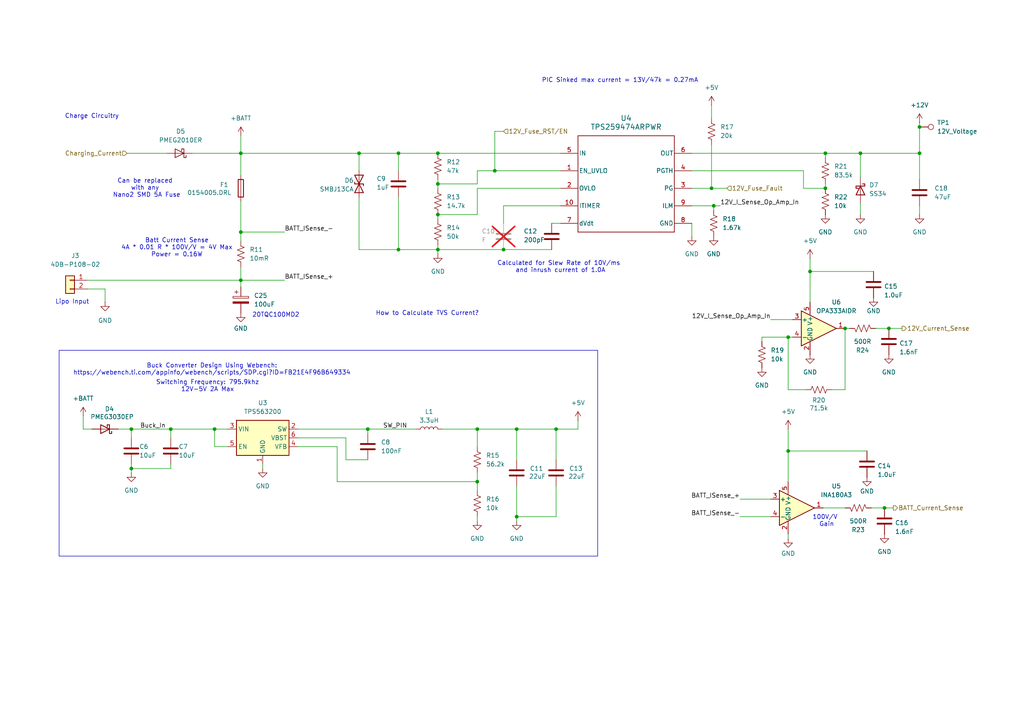
<source format=kicad_sch>
(kicad_sch (version 20231120) (generator "eeschema") (generator_version "8.0")
  (paper "A4")
  (lib_symbols
    (symbol "Amplifier_Current:INA180A1" (pin_names (offset 0.127))
      (property "Reference" "U" (at 3.81 3.81 0))
      (property "Value" "INA180A1" (at 3.81 -2.54 0))
      (symbol "INA180A1_0_1"
        (polyline (pts (xy 5.08 0) (xy -5.08 5.08) (xy -5.08 -5.08) (xy 5.08 0)) (stroke (width 0.254)) (fill (type background)))
      )
      (symbol "INA180A1_1_1"
        (pin output line (at 7.62 0 180) (length 2.54) (name "~") (number "1"))
        (pin power_in line (at -2.54 -7.62 90) (length 3.81) (name "GND") (number "2"))
        (pin input line (at -7.62 2.54 0) (length 2.54) (name "+") (number "3"))
        (pin input line (at -7.62 -2.54 0) (length 2.54) (name "-") (number "4"))
        (pin power_in line (at -2.54 7.62 270) (length 3.81) (name "V+") (number "5"))
      )
    )
    (symbol "Amplifier_Current:INA180A3" (pin_names (offset 0.127))
      (property "Reference" "U" (at 3.81 3.81 0))
      (property "Value" "INA180A3" (at 3.81 -2.54 0))
      (symbol "INA180A3_0_1"
        (polyline (pts (xy 5.08 0) (xy -5.08 5.08) (xy -5.08 -5.08) (xy 5.08 0)) (stroke (width 0.254)) (fill (type background)))
      )
      (symbol "INA180A3_1_1"
        (pin output line (at 7.62 0 180) (length 2.54) (name "~") (number "1"))
        (pin power_in line (at -2.54 -7.62 90) (length 3.81) (name "GND") (number "2"))
        (pin input line (at -7.62 2.54 0) (length 2.54) (name "+") (number "3"))
        (pin input line (at -7.62 -2.54 0) (length 2.54) (name "-") (number "4"))
        (pin power_in line (at -2.54 7.62 270) (length 3.81) (name "V+") (number "5"))
      )
    )
    (symbol "Connector:TestPoint" (pin_numbers hide) (pin_names (offset 0.762) hide)
      (property "Reference" "TP" (at 0 6.858 0))
      (property "Value" "TestPoint" (at 0 5.08 0))
      (symbol "TestPoint_0_1"
        (circle (center 0 3.302) (radius 0.762))
      )
      (symbol "TestPoint_1_1"
        (pin passive line (at 0 0 90) (length 2.54) (name "1") (number "1"))
      )
    )
    (symbol "Connector_Generic:Conn_01x02" (pin_names (offset 1.016) hide)
      (property "Reference" "J" (at 0 2.54 0))
      (property "Value" "Conn_01x02" (at 0 -5.08 0))
      (symbol "Conn_01x02_1_1"
        (rectangle (start -1.27 -2.413) (end 0 -2.667) (stroke (width 0.1524)))
        (rectangle (start -1.27 0.127) (end 0 -0.127) (stroke (width 0.1524)))
        (rectangle (start -1.27 1.27) (end 1.27 -3.81) (stroke (width 0.254)) (fill (type background)))
        (pin passive line (at -5.08 0 0) (length 3.81) (name "Pin_1") (number "1"))
        (pin passive line (at -5.08 -2.54 0) (length 3.81) (name "Pin_2") (number "2"))
      )
    )
    (symbol "Device:C" (pin_numbers hide) (pin_names (offset 0.254))
      (property "Reference" "C" (at 0.635 2.54 0))
      (property "Value" "C" (at 0.635 -2.54 0))
      (symbol "C_0_1"
        (polyline (pts (xy -2.032 -0.762) (xy 2.032 -0.762)) (stroke (width 0.508)))
        (polyline (pts (xy -2.032 0.762) (xy 2.032 0.762)) (stroke (width 0.508)))
      )
      (symbol "C_1_1"
        (pin passive line (at 0 3.81 270) (length 2.794) (name "~") (number "1"))
        (pin passive line (at 0 -3.81 90) (length 2.794) (name "~") (number "2"))
      )
    )
    (symbol "Device:C_Polarized" (pin_numbers hide) (pin_names (offset 0.254))
      (property "Reference" "C" (at 0.635 2.54 0))
      (property "Value" "C_Polarized" (at 0.635 -2.54 0))
      (symbol "C_Polarized_0_1"
        (rectangle (start -2.286 0.508) (end 2.286 1.016))
        (polyline (pts (xy -1.778 2.286) (xy -0.762 2.286)))
        (polyline (pts (xy -1.27 2.794) (xy -1.27 1.778)))
        (rectangle (start 2.286 -0.508) (end -2.286 -1.016) (fill (type outline)))
      )
      (symbol "C_Polarized_1_1"
        (pin passive line (at 0 3.81 270) (length 2.794) (name "~") (number "1"))
        (pin passive line (at 0 -3.81 90) (length 2.794) (name "~") (number "2"))
      )
    )
    (symbol "Device:D_Schottky" (pin_numbers hide) (pin_names (offset 1.016) hide)
      (property "Reference" "D" (at 0 2.54 0))
      (property "Value" "D_Schottky" (at 0 -2.54 0))
      (symbol "D_Schottky_0_1"
        (polyline (pts (xy 1.27 0) (xy -1.27 0)))
        (polyline (pts (xy 1.27 1.27) (xy 1.27 -1.27) (xy -1.27 0) (xy 1.27 1.27)) (stroke (width 0.254)))
        (polyline (pts (xy -1.905 0.635) (xy -1.905 1.27) (xy -1.27 1.27) (xy -1.27 -1.27) (xy -0.635 -1.27) (xy -0.635 -0.635)) (stroke (width 0.254)))
      )
      (symbol "D_Schottky_1_1"
        (pin passive line (at -3.81 0 0) (length 2.54) (name "K") (number "1"))
        (pin passive line (at 3.81 0 180) (length 2.54) (name "A") (number "2"))
      )
    )
    (symbol "Device:D_TVS" (pin_numbers hide) (pin_names (offset 1.016) hide)
      (property "Reference" "D" (at 0 2.54 0))
      (property "Value" "D_TVS" (at 0 -2.54 0))
      (symbol "D_TVS_0_1"
        (polyline (pts (xy 1.27 0) (xy -1.27 0)))
        (polyline (pts (xy 0.508 1.27) (xy 0 1.27) (xy 0 -1.27) (xy -0.508 -1.27)) (stroke (width 0.254)))
        (polyline (pts (xy -2.54 1.27) (xy -2.54 -1.27) (xy 2.54 1.27) (xy 2.54 -1.27) (xy -2.54 1.27)) (stroke (width 0.254)))
      )
      (symbol "D_TVS_1_1"
        (pin passive line (at -3.81 0 0) (length 2.54) (name "A1") (number "1"))
        (pin passive line (at 3.81 0 180) (length 2.54) (name "A2") (number "2"))
      )
    )
    (symbol "Device:Fuse" (pin_numbers hide) (pin_names (offset 0))
      (property "Reference" "F" (at 2.032 0 90))
      (property "Value" "Fuse" (at -1.905 0 90))
      (symbol "Fuse_0_1"
        (rectangle (start -0.762 -2.54) (end 0.762 2.54) (stroke (width 0.254)))
        (polyline (pts (xy 0 2.54) (xy 0 -2.54)))
      )
      (symbol "Fuse_1_1"
        (pin passive line (at 0 3.81 270) (length 1.27) (name "~") (number "1"))
        (pin passive line (at 0 -3.81 90) (length 1.27) (name "~") (number "2"))
      )
    )
    (symbol "Device:L" (pin_numbers hide) (pin_names (offset 1.016) hide)
      (property "Reference" "L" (at -1.27 0 90))
      (property "Value" "L" (at 1.905 0 90))
      (symbol "L_0_1"
        (arc (start 0 -2.54) (mid 0.6323 -1.905) (end 0 -1.27))
        (arc (start 0 -1.27) (mid 0.6323 -0.635) (end 0 0))
        (arc (start 0 0) (mid 0.6323 0.635) (end 0 1.27))
        (arc (start 0 1.27) (mid 0.6323 1.905) (end 0 2.54))
      )
      (symbol "L_1_1"
        (pin passive line (at 0 3.81 270) (length 1.27) (name "1") (number "1"))
        (pin passive line (at 0 -3.81 90) (length 1.27) (name "2") (number "2"))
      )
    )
    (symbol "Device:R_US" (pin_numbers hide) (pin_names (offset 0))
      (property "Reference" "R" (at 2.54 0 90))
      (property "Value" "R_US" (at -2.54 0 90))
      (symbol "R_US_0_1"
        (polyline (pts (xy 0 -2.286) (xy 0 -2.54)))
        (polyline (pts (xy 0 2.286) (xy 0 2.54)))
        (polyline (pts (xy 0 -0.762) (xy 1.016 -1.143) (xy 0 -1.524) (xy -1.016 -1.905) (xy 0 -2.286)))
        (polyline (pts (xy 0 0.762) (xy 1.016 0.381) (xy 0 0) (xy -1.016 -0.381) (xy 0 -0.762)))
        (polyline (pts (xy 0 2.286) (xy 1.016 1.905) (xy 0 1.524) (xy -1.016 1.143) (xy 0 0.762)))
      )
      (symbol "R_US_1_1"
        (pin passive line (at 0 3.81 270) (length 1.27) (name "~") (number "1"))
        (pin passive line (at 0 -3.81 90) (length 1.27) (name "~") (number "2"))
      )
    )
    (symbol "Diode:PMEG2010ER" (pin_numbers hide) (pin_names hide)
      (property "Reference" "D" (at 0 2.54 0))
      (property "Value" "PMEG2010ER" (at 0 -2.54 0))
      (symbol "PMEG2010ER_0_1"
        (polyline (pts (xy 1.27 0) (xy -1.27 0)))
        (polyline (pts (xy 1.27 1.27) (xy 1.27 -1.27) (xy -1.27 0) (xy 1.27 1.27)) (stroke (width 0.2032)))
        (polyline (pts (xy -1.905 0.635) (xy -1.905 1.27) (xy -1.27 1.27) (xy -1.27 -1.27) (xy -0.635 -1.27) (xy -0.635 -0.635)) (stroke (width 0.2032)))
      )
      (symbol "PMEG2010ER_1_1"
        (pin passive line (at -3.81 0 0) (length 2.54) (name "K") (number "1"))
        (pin passive line (at 3.81 0 180) (length 2.54) (name "A") (number "2"))
      )
    )
    (symbol "Regulator_Switching:TPS563200"
      (property "Reference" "U" (at -7.62 6.35 0))
      (property "Value" "TPS563200" (at -2.54 6.35 0))
      (symbol "TPS563200_0_1"
        (rectangle (start -7.62 5.08) (end 7.62 -5.08) (stroke (width 0.254)) (fill (type background)))
      )
      (symbol "TPS563200_1_1"
        (pin power_in line (at 0 -7.62 90) (length 2.54) (name "GND") (number "1"))
        (pin output line (at 10.16 2.54 180) (length 2.54) (name "SW") (number "2"))
        (pin power_in line (at -10.16 2.54 0) (length 2.54) (name "VIN") (number "3"))
        (pin input line (at 10.16 -2.54 180) (length 2.54) (name "VFB") (number "4"))
        (pin input line (at -10.16 -2.54 0) (length 2.54) (name "EN") (number "5"))
        (pin passive line (at 10.16 0 180) (length 2.54) (name "VBST") (number "6"))
      )
    )
    (symbol "TPS259474ARPWR:TPS259474ARPWR" (pin_names (offset 0.254))
      (property "Reference" "U" (at 0 2.54 0))
      (property "Value" "TPS259474ARPWR" (at 0 0 0))
      (symbol "TPS259474ARPWR_0_1"
        (polyline (pts (xy 5.08 -22.86) (xy 33.02 -22.86)) (stroke (width 0.2032)))
        (polyline (pts (xy 5.08 5.08) (xy 5.08 -22.86)) (stroke (width 0.2032)))
        (polyline (pts (xy 33.02 -22.86) (xy 33.02 5.08)) (stroke (width 0.2032)))
        (polyline (pts (xy 33.02 5.08) (xy 5.08 5.08)) (stroke (width 0.2032)))
        (pin input line (at 0 -5.08 0) (length 5.08) (name "EN_UVLO") (number "1"))
        (pin output line (at 0 -15.24 0) (length 5.08) (name "ITIMER") (number "10"))
        (pin output line (at 38.1 -10.16 180) (length 5.08) (name "PG") (number "3"))
        (pin input line (at 38.1 -5.08 180) (length 5.08) (name "PGTH") (number "4"))
        (pin power_in line (at 0 0 0) (length 5.08) (name "IN") (number "5"))
        (pin power_in line (at 38.1 0 180) (length 5.08) (name "OUT") (number "6"))
        (pin output line (at 0 -20.32 0) (length 5.08) (name "dVdt") (number "7"))
        (pin power_in line (at 38.1 -20.32 180) (length 5.08) (name "GND") (number "8"))
        (pin output line (at 38.1 -15.24 180) (length 5.08) (name "ILM") (number "9"))
      )
      (symbol "TPS259474ARPWR_1_1"
        (pin input line (at 0 -10.16 0) (length 5.08) (name "OVLO") (number "2"))
      )
    )
    (symbol "power:+12V" (power) (pin_numbers hide) (pin_names (offset 0) hide)
      (property "Value" "+12V" (at 0 3.556 0))
      (symbol "+12V_0_1"
        (polyline (pts (xy -0.762 1.27) (xy 0 2.54)))
        (polyline (pts (xy 0 0) (xy 0 2.54)))
        (polyline (pts (xy 0 2.54) (xy 0.762 1.27)))
      )
      (symbol "+12V_1_1"
        (pin power_in line (at 0 0 90) (length 0) (name "~") (number "1"))
      )
    )
    (symbol "power:+5V" (power) (pin_numbers hide) (pin_names (offset 0) hide)
      (property "Value" "+5V" (at 0 3.556 0))
      (symbol "+5V_0_1"
        (polyline (pts (xy -0.762 1.27) (xy 0 2.54)))
        (polyline (pts (xy 0 0) (xy 0 2.54)))
        (polyline (pts (xy 0 2.54) (xy 0.762 1.27)))
      )
      (symbol "+5V_1_1"
        (pin power_in line (at 0 0 90) (length 0) (name "~") (number "1"))
      )
    )
    (symbol "power:+BATT" (power) (pin_numbers hide) (pin_names (offset 0) hide)
      (property "Value" "+BATT" (at 0 3.556 0))
      (symbol "+BATT_0_1"
        (polyline (pts (xy -0.762 1.27) (xy 0 2.54)))
        (polyline (pts (xy 0 0) (xy 0 2.54)))
        (polyline (pts (xy 0 2.54) (xy 0.762 1.27)))
      )
      (symbol "+BATT_1_1"
        (pin power_in line (at 0 0 90) (length 0) (name "~") (number "1"))
      )
    )
    (symbol "power:GND" (power) (pin_numbers hide) (pin_names (offset 0) hide)
      (property "Value" "GND" (at 0 -3.81 0))
      (symbol "GND_0_1"
        (polyline (pts (xy 0 0) (xy 0 -1.27) (xy 1.27 -1.27) (xy 0 -2.54) (xy -1.27 -1.27) (xy 0 -1.27)))
      )
      (symbol "GND_1_1"
        (pin power_in line (at 0 0 270) (length 0) (name "~") (number "1"))
      )
    )
  )
  (junction (at 228.6 130.81))
  (junction (at 143.51 49.53))
  (junction (at 38.1 124.46))
  (junction (at 256.54 147.32))
  (junction (at 207.01 59.69))
  (junction (at 239.395 44.45))
  (junction (at 245.11 95.25))
  (junction (at 115.57 72.39))
  (junction (at 69.85 44.45))
  (junction (at 257.81 95.25))
  (junction (at 104.14 44.45))
  (junction (at 62.23 124.46))
  (junction (at 38.1 135.89))
  (junction (at 49.53 124.46))
  (junction (at 138.43 124.46))
  (junction (at 234.95 78.74))
  (junction (at 138.43 139.7))
  (junction (at 69.85 67.31))
  (junction (at 69.85 81.28))
  (junction (at 146.05 72.39))
  (junction (at 127 72.39))
  (junction (at 239.395 54.61))
  (junction (at 106.68 124.46))
  (junction (at 149.86 149.86))
  (junction (at 266.7 36.83))
  (junction (at 127 62.23))
  (junction (at 115.57 44.45))
  (junction (at 161.29 124.46))
  (junction (at 127 53.34))
  (junction (at 249.555 44.45))
  (junction (at 149.86 124.46))
  (junction (at 228.6 97.79))
  (junction (at 266.7 44.45))
  (junction (at 206.375 54.61))
  (junction (at 127 44.45))
  (wire (pts (xy 104.14 57.15) (xy 104.14 72.39)))
  (wire (pts (xy 228.6 97.79) (xy 220.98 97.79)))
  (wire (pts (xy 127 72.39) (xy 127 73.66)))
  (wire (pts (xy 86.36 124.46) (xy 106.68 124.46)))
  (wire (pts (xy 115.57 57.15) (xy 115.57 72.39)))
  (wire (pts (xy 97.79 139.7) (xy 97.79 129.54)))
  (wire (pts (xy 138.43 54.61) (xy 138.43 62.23)))
  (wire (pts (xy 69.85 39.37) (xy 69.85 44.45)))
  (wire (pts (xy 234.95 78.74) (xy 234.95 87.63)))
  (wire (pts (xy 206.375 54.61) (xy 210.82 54.61)))
  (wire (pts (xy 36.83 44.45) (xy 48.26 44.45)))
  (wire (pts (xy 257.81 95.25) (xy 261.62 95.25)))
  (wire (pts (xy 220.98 97.79) (xy 220.98 99.06)))
  (wire (pts (xy 69.85 81.28) (xy 82.55 81.28)))
  (wire (pts (xy 143.51 38.1) (xy 143.51 49.53)))
  (wire (pts (xy 69.85 67.31) (xy 82.55 67.31)))
  (wire (pts (xy 149.86 149.86) (xy 149.86 151.13)))
  (wire (pts (xy 233.045 49.53) (xy 233.045 54.61)))
  (wire (pts (xy 86.36 127) (xy 100.33 127)))
  (wire (pts (xy 266.7 52.07) (xy 266.7 44.45)))
  (wire (pts (xy 104.14 44.45) (xy 104.14 49.53)))
  (wire (pts (xy 161.29 124.46) (xy 167.64 124.46)))
  (wire (pts (xy 100.33 133.35) (xy 106.68 133.35)))
  (wire (pts (xy 115.57 44.45) (xy 115.57 49.53)))
  (wire (pts (xy 55.88 44.45) (xy 69.85 44.45)))
  (wire (pts (xy 49.53 134.62) (xy 49.53 135.89)))
  (wire (pts (xy 49.53 135.89) (xy 38.1 135.89)))
  (wire (pts (xy 76.2 134.62) (xy 76.2 135.89)))
  (wire (pts (xy 38.1 135.89) (xy 38.1 137.16)))
  (wire (pts (xy 161.29 124.46) (xy 161.29 133.35)))
  (wire (pts (xy 127 72.39) (xy 146.05 72.39)))
  (wire (pts (xy 228.6 130.81) (xy 251.46 130.81)))
  (wire (pts (xy 30.48 83.82) (xy 30.48 87.63)))
  (wire (pts (xy 62.23 124.46) (xy 66.04 124.46)))
  (wire (pts (xy 241.3 113.03) (xy 245.11 113.03)))
  (wire (pts (xy 138.43 137.16) (xy 138.43 139.7)))
  (wire (pts (xy 143.51 38.1) (xy 146.05 38.1)))
  (wire (pts (xy 207.01 59.69) (xy 207.01 60.96)))
  (wire (pts (xy 127 62.23) (xy 127 63.5)))
  (wire (pts (xy 38.1 134.62) (xy 38.1 135.89)))
  (wire (pts (xy 200.66 59.69) (xy 207.01 59.69)))
  (wire (pts (xy 266.7 36.83) (xy 266.7 44.45)))
  (wire (pts (xy 239.395 44.45) (xy 249.555 44.45)))
  (wire (pts (xy 245.11 113.03) (xy 245.11 95.25)))
  (wire (pts (xy 115.57 44.45) (xy 127 44.45)))
  (wire (pts (xy 138.43 139.7) (xy 138.43 142.24)))
  (wire (pts (xy 138.43 149.86) (xy 138.43 151.13)))
  (wire (pts (xy 234.95 78.74) (xy 234.95 74.93)))
  (wire (pts (xy 214.63 149.86) (xy 223.52 149.86)))
  (wire (pts (xy 146.05 72.39) (xy 160.02 72.39)))
  (wire (pts (xy 252.73 147.32) (xy 256.54 147.32)))
  (wire (pts (xy 69.85 44.45) (xy 69.85 50.8)))
  (wire (pts (xy 146.05 59.69) (xy 146.05 64.77)))
  (wire (pts (xy 200.66 54.61) (xy 206.375 54.61)))
  (wire (pts (xy 143.51 49.53) (xy 162.56 49.53)))
  (wire (pts (xy 239.395 45.72) (xy 239.395 44.45)))
  (wire (pts (xy 161.29 149.86) (xy 149.86 149.86)))
  (wire (pts (xy 249.555 59.055) (xy 249.555 62.23)))
  (wire (pts (xy 160.02 64.77) (xy 162.56 64.77)))
  (wire (pts (xy 167.64 121.92) (xy 167.64 124.46)))
  (wire (pts (xy 25.4 81.28) (xy 69.85 81.28)))
  (wire (pts (xy 127 44.45) (xy 162.56 44.45)))
  (wire (pts (xy 97.79 139.7) (xy 138.43 139.7)))
  (wire (pts (xy 24.13 120.65) (xy 24.13 124.46)))
  (wire (pts (xy 115.57 72.39) (xy 127 72.39)))
  (wire (pts (xy 106.68 124.46) (xy 120.65 124.46)))
  (wire (pts (xy 200.66 64.77) (xy 200.66 68.58)))
  (wire (pts (xy 233.045 49.53) (xy 200.66 49.53)))
  (wire (pts (xy 143.51 49.53) (xy 138.43 49.53)))
  (wire (pts (xy 127 52.07) (xy 127 53.34)))
  (wire (pts (xy 25.4 83.82) (xy 30.48 83.82)))
  (wire (pts (xy 206.375 30.48) (xy 206.375 34.29)))
  (wire (pts (xy 138.43 49.53) (xy 138.43 53.34)))
  (wire (pts (xy 138.43 53.34) (xy 127 53.34)))
  (wire (pts (xy 127 72.39) (xy 127 71.12)))
  (wire (pts (xy 149.86 124.46) (xy 161.29 124.46)))
  (wire (pts (xy 100.33 127) (xy 100.33 133.35)))
  (wire (pts (xy 69.85 77.47) (xy 69.85 81.28)))
  (wire (pts (xy 238.76 147.32) (xy 245.11 147.32)))
  (wire (pts (xy 149.86 140.97) (xy 149.86 149.86)))
  (wire (pts (xy 249.555 44.45) (xy 266.7 44.45)))
  (wire (pts (xy 66.04 129.54) (xy 62.23 129.54)))
  (wire (pts (xy 245.11 95.25) (xy 246.38 95.25)))
  (wire (pts (xy 97.79 129.54) (xy 86.36 129.54)))
  (wire (pts (xy 69.85 67.31) (xy 69.85 69.85)))
  (wire (pts (xy 207.01 59.69) (xy 208.915 59.69)))
  (wire (pts (xy 49.53 124.46) (xy 49.53 127)))
  (wire (pts (xy 162.56 59.69) (xy 146.05 59.69)))
  (wire (pts (xy 138.43 124.46) (xy 149.86 124.46)))
  (wire (pts (xy 214.63 144.78) (xy 223.52 144.78)))
  (wire (pts (xy 106.68 124.46) (xy 106.68 125.73)))
  (wire (pts (xy 104.14 72.39) (xy 115.57 72.39)))
  (wire (pts (xy 229.87 97.79) (xy 228.6 97.79)))
  (wire (pts (xy 69.85 44.45) (xy 104.14 44.45)))
  (wire (pts (xy 161.29 140.97) (xy 161.29 149.86)))
  (wire (pts (xy 200.66 44.45) (xy 239.395 44.45)))
  (wire (pts (xy 228.6 124.46) (xy 228.6 130.81)))
  (wire (pts (xy 49.53 124.46) (xy 62.23 124.46)))
  (wire (pts (xy 128.27 124.46) (xy 138.43 124.46)))
  (wire (pts (xy 104.14 44.45) (xy 115.57 44.45)))
  (wire (pts (xy 138.43 124.46) (xy 138.43 129.54)))
  (wire (pts (xy 138.43 62.23) (xy 127 62.23)))
  (wire (pts (xy 256.54 147.32) (xy 259.08 147.32)))
  (wire (pts (xy 233.045 54.61) (xy 239.395 54.61)))
  (wire (pts (xy 239.395 54.61) (xy 239.395 53.34)))
  (wire (pts (xy 249.555 44.45) (xy 249.555 51.435)))
  (wire (pts (xy 223.52 92.71) (xy 229.87 92.71)))
  (wire (pts (xy 127 53.34) (xy 127 54.61)))
  (wire (pts (xy 38.1 124.46) (xy 38.1 127)))
  (wire (pts (xy 69.85 58.42) (xy 69.85 67.31)))
  (wire (pts (xy 24.13 124.46) (xy 26.67 124.46)))
  (wire (pts (xy 162.56 54.61) (xy 138.43 54.61)))
  (wire (pts (xy 38.1 124.46) (xy 49.53 124.46)))
  (wire (pts (xy 228.6 97.79) (xy 228.6 113.03)))
  (wire (pts (xy 149.86 124.46) (xy 149.86 133.35)))
  (wire (pts (xy 34.29 124.46) (xy 38.1 124.46)))
  (wire (pts (xy 253.365 78.74) (xy 234.95 78.74)))
  (wire (pts (xy 228.6 113.03) (xy 233.68 113.03)))
  (wire (pts (xy 228.6 130.81) (xy 228.6 139.7)))
  (wire (pts (xy 228.6 154.94) (xy 228.6 156.21)))
  (wire (pts (xy 266.7 35.56) (xy 266.7 36.83)))
  (wire (pts (xy 69.85 81.28) (xy 69.85 83.185)))
  (wire (pts (xy 254 95.25) (xy 257.81 95.25)))
  (wire (pts (xy 206.375 41.91) (xy 206.375 54.61)))
  (wire (pts (xy 62.23 129.54) (xy 62.23 124.46)))
  (wire (pts (xy 266.7 59.69) (xy 266.7 62.23)))
  (rectangle (start 17.145 101.6) (end 173.355 161.29))
  (text "Charge Circuitry" (at 26.67 33.782 0) (effects (font (size 1.27 1.27))))
  (text "How to Calculate TVS Current?" (at 123.952 90.932 0) (effects (font (size 1.27 1.27))))
  (text "100V/V \nGain\n" (at 239.776 151.13 0) (effects (font (size 1.27 1.27))))
  (text "Switching Frequency: 795.9khz\n12V-5V 2A Max\n" (at 60.198 112.014 0) (effects (font (size 1.27 1.27))))
  (text "20TQC100MD2" (at 80.01 91.44 0) (effects (font (size 1.27 1.27))))
  (text "Calculated for Slew Rate of 10V/ms \nand inrush current of 1.0A" (at 162.56 77.47 0) (effects (font (size 1.27 1.27))))
  (text "Can be replaced \nwith any \nNano2 SMD 5A Fuse\n" (at 42.545 54.61 0) (effects (font (size 1.27 1.27))))
  (text "Lipo Input" (at 20.955 87.63 0) (effects (font (size 1.27 1.27))))
  (text "Buck Converter Design Using Webench:\nhttps://webench.ti.com/appinfo/webench/scripts/SDP.cgi?ID=FB21E4F96B649334" (at 61.468 107.188 0) (effects (font (size 1.27 1.27))))
  (text "PIC Sinked max current = 13V/47k = 0.27mA" (at 179.832 23.368 0) (effects (font (size 1.27 1.27))))
  (text "Batt Current Sense\n4A * 0.01 R * 100V/V = 4V Max\nPower = 0.16W" (at 51.308 71.882 0) (effects (font (size 1.27 1.27))))
  (label "12V_I_Sense_Op_Amp_In" (at 208.915 59.69 0))
  (label "BATT_ISense_-" (at 214.63 149.86 180))
  (label "12V_I_Sense_Op_Amp_In" (at 223.52 92.71 180))
  (label "Buck_In" (at 40.64 124.46 0))
  (label "BATT_ISense_+" (at 214.63 144.78 180))
  (label "BATT_ISense_+" (at 82.55 81.28 0))
  (label "BATT_ISense_-" (at 82.55 67.31 0))
  (label "SW_PIN" (at 118.11 124.46 180))
  (hierarchical_label "BATT_Current_Sense" (shape output) (at 259.08 147.32 0))
  (hierarchical_label "12V_Current_Sense" (shape output) (at 261.62 95.25 0))
  (hierarchical_label "Charging_Current" (shape input) (at 36.83 44.45 180))
  (hierarchical_label "12V_Fuse_Fault" (shape input) (at 210.82 54.61 0))
  (hierarchical_label "12V_Fuse_RST{slash}EN" (shape input) (at 146.05 38.1 0))
  (symbol (lib_id "Connector_Generic:Conn_01x02") (at 20.32 81.28 0) (mirror y) (unit 1)
    (property "Reference" "J3" (at 21.844 74.168 0))
    (property "Value" "4DB-P108-02" (at 21.844 76.708 0))
    (property "Footprint" "canhw_footprints:TE_2-1437667-4" (effects (hide yes)))
    (property "Description" "Generic connector, single row, 01x02, script generated (kicad-library-utils/schlib/autogen/connector/)" (effects (hide yes)))
  )
  (symbol (lib_id "power:GND") (at 30.48 87.63 0) (unit 1)
    (property "Reference" "#PWR29" (effects (hide yes)))
    (property "Value" "GND" (at 30.48 92.964 0))
    (property "Description" "Power symbol creates a global label with name \"GND\" , ground" (effects (hide yes)))
  )
  (symbol (lib_id "Device:C") (at 253.365 82.55 0) (unit 1)
    (property "Reference" "C15" (at 256.413 83.058 0) (effects (justify left)))
    (property "Value" "1.0uF" (at 256.413 85.598 0) (effects (justify left)))
    (property "Footprint" "Capacitor_SMD:C_0805_2012Metric_Pad1.18x1.45mm_HandSolder" (effects (hide yes)))
    (property "Description" "Unpolarized capacitor" (effects (hide yes)))
  )
  (symbol (lib_id "Amplifier_Current:INA180A1") (at 237.49 95.25 0) (unit 1)
    (property "Reference" "U6" (at 242.57 87.63 0))
    (property "Value" "OPA333AIDR" (at 242.57 90.17 0))
    (property "Footprint" "Package_TO_SOT_SMD:SOT-23-5" (effects (hide yes)))
    (property "Datasheet" "https://www.ti.com/lit/ds/symlink/opa2333.pdf" (effects (hide yes)))
    (property "Description" "Current Sense Amplifier, 1 Circuit, Rail-to-Rail, 26V, Gain 20 V/V, SOT-23-5" (effects (hide yes)))
  )
  (symbol (lib_id "Device:C") (at 257.81 99.06 0) (unit 1)
    (property "Reference" "C17" (at 260.858 99.568 0) (effects (justify left)))
    (property "Value" "1.6nF" (at 260.858 102.108 0) (effects (justify left)))
    (property "Footprint" "Capacitor_SMD:C_0805_2012Metric_Pad1.18x1.45mm_HandSolder" (effects (hide yes)))
    (property "Description" "Unpolarized capacitor" (effects (hide yes)))
  )
  (symbol (lib_id "power:GND") (at 256.54 154.94 0) (unit 1)
    (property "Reference" "#PWR49" (effects (hide yes)))
    (property "Value" "GND" (at 256.54 160.02 0))
    (property "Description" "Power symbol creates a global label with name \"GND\" , ground" (effects (hide yes)))
  )
  (symbol (lib_id "power:GND") (at 253.365 86.36 0) (unit 1)
    (property "Reference" "#PWR48" (effects (hide yes)))
    (property "Value" "GND" (at 253.365 90.17 0))
    (property "Description" "Power symbol creates a global label with name \"GND\" , ground" (effects (hide yes)))
  )
  (symbol (lib_id "Device:Fuse") (at 69.85 54.61 180) (unit 1)
    (property "Reference" "F1" (at 65.024 53.594 0))
    (property "Value" "0154005.DRL" (at 60.706 55.88 0))
    (property "Footprint" "rocket_power_board:0154Series_LTF" (effects (hide yes)))
    (property "Description" "Fuse" (effects (hide yes)))
  )
  (symbol (lib_id "Device:C") (at 161.29 137.16 0) (unit 1)
    (property "Reference" "C13" (at 165.1 135.8899 0) (effects (justify left)))
    (property "Value" "22uF" (at 164.846 138.176 0) (effects (justify left)))
    (property "Footprint" "Capacitor_SMD:C_0805_2012Metric_Pad1.18x1.45mm_HandSolder" (effects (hide yes)))
    (property "Description" "Unpolarized capacitor" (effects (hide yes)))
  )
  (symbol (lib_id "power:GND") (at 266.7 62.23 0) (unit 1)
    (property "Reference" "#PWR52" (effects (hide yes)))
    (property "Value" "GND" (at 266.7 67.31 0))
    (property "Description" "Power symbol creates a global label with name \"GND\" , ground" (effects (hide yes)))
  )
  (symbol (lib_id "Device:R_US") (at 127 67.31 0) (unit 1)
    (property "Reference" "R14" (at 129.54 66.0399 0) (effects (justify left)))
    (property "Value" "50k" (at 129.54 68.5799 0) (effects (justify left)))
    (property "Footprint" "Resistor_SMD:R_0805_2012Metric_Pad1.20x1.40mm_HandSolder" (effects (hide yes)))
    (property "Description" "Resistor, US symbol" (effects (hide yes)))
  )
  (symbol (lib_id "power:+BATT") (at 24.13 120.65 0) (unit 1)
    (property "Reference" "#PWR28" (effects (hide yes)))
    (property "Value" "+BATT" (at 24.13 115.57 0))
    (property "Description" "Power symbol creates a global label with name \"+BATT\"" (effects (hide yes)))
  )
  (symbol (lib_id "power:GND") (at 220.98 106.68 0) (unit 1)
    (property "Reference" "#PWR40" (effects (hide yes)))
    (property "Value" "GND" (at 220.98 111.76 0))
    (property "Description" "Power symbol creates a global label with name \"GND\" , ground" (effects (hide yes)))
  )
  (symbol (lib_id "power:GND") (at 76.2 135.89 0) (unit 1)
    (property "Reference" "#PWR32" (effects (hide yes)))
    (property "Value" "GND" (at 76.2 140.97 0))
    (property "Description" "Power symbol creates a global label with name \"GND\" , ground" (effects (hide yes)))
  )
  (symbol (lib_id "power:+5V") (at 167.64 121.92 0) (mirror y) (unit 1)
    (property "Reference" "#PWR36" (effects (hide yes)))
    (property "Value" "+5V" (at 167.64 116.84 0))
    (property "Description" "Power symbol creates a global label with name \"+5V\"" (effects (hide yes)))
  )
  (symbol (lib_id "Connector:TestPoint") (at 266.7 36.83 270) (unit 1)
    (property "Reference" "TP1" (at 271.78 35.5599 90) (effects (justify left)))
    (property "Value" "12V_Voltage" (at 271.78 38.0999 90) (effects (justify left)))
    (property "Footprint" "TestPoint:TestPoint_Keystone_5000-5004_Miniature" (effects (hide yes)))
    (property "Description" "test point" (effects (hide yes)))
  )
  (symbol (lib_id "power:+5V") (at 234.95 74.93 0) (mirror y) (unit 1)
    (property "Reference" "#PWR43" (effects (hide yes)))
    (property "Value" "+5V" (at 234.95 69.85 0))
    (property "Description" "Power symbol creates a global label with name \"+5V\"" (effects (hide yes)))
  )
  (symbol (lib_id "Device:C") (at 266.7 55.88 0) (mirror y) (unit 1)
    (property "Reference" "C18" (at 271.018 54.61 0) (effects (justify right)))
    (property "Value" "47uF" (at 271.018 57.15 0) (effects (justify right)))
    (property "Footprint" "Capacitor_SMD:C_0805_2012Metric_Pad1.18x1.45mm_HandSolder" (effects (hide yes)))
    (property "Description" "Unpolarized capacitor" (effects (hide yes)))
  )
  (symbol (lib_id "Device:R_US") (at 237.49 113.03 90) (unit 1)
    (property "Reference" "R20" (at 237.49 116.078 90))
    (property "Value" "71.5k" (at 237.49 118.364 90))
    (property "Footprint" "Resistor_SMD:R_0805_2012Metric_Pad1.20x1.40mm_HandSolder" (effects (hide yes)))
    (property "Description" "Resistor, US symbol" (effects (hide yes)))
  )
  (symbol (lib_id "Device:C_Polarized") (at 69.85 86.995 0) (unit 1)
    (property "Reference" "C25" (at 73.66 85.725 0) (effects (justify left)))
    (property "Value" "100uF" (at 73.66 88.265 0) (effects (justify left)))
    (property "Footprint" "rocket_power_board:CAP_TQC_D2_PAN" (effects (hide yes)))
    (property "Datasheet" "https://industrial.panasonic.com/cdbs/www-data/pdf/AAA8000/AAA8000C62.pdf" (effects (hide yes)))
    (property "Description" "Polarized capacitor" (effects (hide yes)))
  )
  (symbol (lib_id "Device:C") (at 160.02 68.58 0) (unit 1)
    (property "Reference" "C12" (at 151.892 67.056 0) (effects (justify left)))
    (property "Value" "200pF" (at 151.892 69.596 0) (effects (justify left)))
    (property "Footprint" "Capacitor_SMD:C_0805_2012Metric_Pad1.18x1.45mm_HandSolder" (effects (hide yes)))
    (property "Description" "Unpolarized capacitor" (effects (hide yes)))
  )
  (symbol (lib_id "Amplifier_Current:INA180A3") (at 231.14 147.32 0) (unit 1)
    (property "Reference" "U5" (at 242.57 141.0014 0))
    (property "Value" "INA180A3" (at 242.57 143.5414 0))
    (property "Footprint" "Package_TO_SOT_SMD:SOT-23-5" (effects (hide yes)))
    (property "Datasheet" "http://www.ti.com/lit/ds/symlink/ina180.pdf" (effects (hide yes)))
    (property "Description" "Current Sense Amplifier, 1 Circuit, Rail-to-Rail, 26V, Gain 100 V/V, SOT-23-5" (effects (hide yes)))
  )
  (symbol (lib_id "power:GND") (at 249.555 62.23 0) (unit 1)
    (property "Reference" "#PWR46" (effects (hide yes)))
    (property "Value" "GND" (at 249.555 67.31 0))
    (property "Description" "Power symbol creates a global label with name \"GND\" , ground" (effects (hide yes)))
  )
  (symbol (lib_id "Device:R_US") (at 207.01 64.77 0) (unit 1)
    (property "Reference" "R18" (at 209.55 63.4999 0) (effects (justify left)))
    (property "Value" "1.67k" (at 209.55 66.0399 0) (effects (justify left)))
    (property "Footprint" "Resistor_SMD:R_0805_2012Metric_Pad1.20x1.40mm_HandSolder" (effects (hide yes)))
    (property "Description" "Resistor, US symbol" (effects (hide yes)))
  )
  (symbol (lib_id "power:GND") (at 251.46 138.43 0) (unit 1)
    (property "Reference" "#PWR47" (effects (hide yes)))
    (property "Value" "GND" (at 251.46 142.494 0))
    (property "Description" "Power symbol creates a global label with name \"GND\" , ground" (effects (hide yes)))
  )
  (symbol (lib_id "Device:R_US") (at 239.395 49.53 0) (unit 1)
    (property "Reference" "R21" (at 241.935 48.2599 0) (effects (justify left)))
    (property "Value" "83.5k" (at 241.935 50.7999 0) (effects (justify left)))
    (property "Footprint" "Resistor_SMD:R_0805_2012Metric_Pad1.20x1.40mm_HandSolder" (effects (hide yes)))
    (property "Description" "Resistor, US symbol" (effects (hide yes)))
  )
  (symbol (lib_id "power:GND") (at 138.43 151.13 0) (unit 1)
    (property "Reference" "#PWR34" (effects (hide yes)))
    (property "Value" "GND" (at 138.43 156.21 0))
    (property "Description" "Power symbol creates a global label with name \"GND\" , ground" (effects (hide yes)))
  )
  (symbol (lib_id "Device:C") (at 115.57 53.34 0) (unit 1)
    (property "Reference" "C9" (at 109.22 51.816 0) (effects (justify left)))
    (property "Value" "1uF" (at 109.22 54.356 0) (effects (justify left)))
    (property "Footprint" "Capacitor_SMD:C_0805_2012Metric_Pad1.18x1.45mm_HandSolder" (effects (hide yes)))
    (property "Description" "Unpolarized capacitor" (effects (hide yes)))
  )
  (symbol (lib_id "power:GND") (at 38.1 137.16 0) (unit 1)
    (property "Reference" "#PWR30" (effects (hide yes)))
    (property "Value" "GND" (at 38.1 142.24 0))
    (property "Description" "Power symbol creates a global label with name \"GND\" , ground" (effects (hide yes)))
  )
  (symbol (lib_id "Device:C") (at 146.05 68.58 0) (unit 1) (dnp yes)
    (property "Reference" "C10" (at 139.7 67.056 0) (effects (justify left)))
    (property "Value" "F" (at 139.7 69.596 0) (effects (justify left)))
    (property "Footprint" "Capacitor_SMD:C_0805_2012Metric_Pad1.18x1.45mm_HandSolder" (effects (hide yes)))
    (property "Description" "Unpolarized capacitor" (effects (hide yes)))
  )
  (symbol (lib_id "Device:R_US") (at 69.85 73.66 0) (unit 1)
    (property "Reference" "R11" (at 72.39 72.3899 0) (effects (justify left)))
    (property "Value" "10mR" (at 72.39 74.9299 0) (effects (justify left)))
    (property "Footprint" "Resistor_SMD:R_0805_2012Metric_Pad1.20x1.40mm_HandSolder" (effects (hide yes)))
    (property "Description" "Resistor, US symbol" (effects (hide yes)))
  )
  (symbol (lib_id "power:GND") (at 200.66 68.58 0) (unit 1)
    (property "Reference" "#PWR37" (effects (hide yes)))
    (property "Value" "GND" (at 200.66 73.66 0))
    (property "Description" "Power symbol creates a global label with name \"GND\" , ground" (effects (hide yes)))
  )
  (symbol (lib_id "power:GND") (at 149.86 151.13 0) (unit 1)
    (property "Reference" "#PWR35" (effects (hide yes)))
    (property "Value" "GND" (at 149.86 156.21 0))
    (property "Description" "Power symbol creates a global label with name \"GND\" , ground" (effects (hide yes)))
  )
  (symbol (lib_id "Diode:PMEG2010ER") (at 52.07 44.45 180) (unit 1)
    (property "Reference" "D5" (at 52.3875 38.1 0))
    (property "Value" "PMEG2010ER" (at 52.3875 40.64 0))
    (property "Footprint" "Diode_SMD:Nexperia_CFP3_SOD-123W" (effects (hide yes)))
    (property "Datasheet" "https://assets.nexperia.com/documents/data-sheet/PMEG2010ER.pdf" (effects (hide yes)))
    (property "Description" "20V, 1A low Vf MEGA Schottky barrier rectifier, SOD-123W" (effects (hide yes)))
  )
  (symbol (lib_id "Device:C") (at 256.54 151.13 0) (unit 1)
    (property "Reference" "C16" (at 259.588 151.638 0) (effects (justify left)))
    (property "Value" "1.6nF" (at 259.588 154.178 0) (effects (justify left)))
    (property "Footprint" "Capacitor_SMD:C_0805_2012Metric_Pad1.18x1.45mm_HandSolder" (effects (hide yes)))
    (property "Description" "Unpolarized capacitor" (effects (hide yes)))
  )
  (symbol (lib_id "power:+BATT") (at 69.85 39.37 0) (unit 1)
    (property "Reference" "#PWR31" (effects (hide yes)))
    (property "Value" "+BATT" (at 69.85 34.29 0))
    (property "Description" "Power symbol creates a global label with name \"+BATT\"" (effects (hide yes)))
  )
  (symbol (lib_id "Device:R_US") (at 206.375 38.1 0) (unit 1)
    (property "Reference" "R17" (at 208.915 36.8299 0) (effects (justify left)))
    (property "Value" "20k" (at 208.915 39.3699 0) (effects (justify left)))
    (property "Footprint" "Resistor_SMD:R_0805_2012Metric_Pad1.20x1.40mm_HandSolder" (effects (hide yes)))
    (property "Description" "Resistor, US symbol" (effects (hide yes)))
  )
  (symbol (lib_id "power:GND") (at 228.6 156.21 0) (mirror y) (unit 1)
    (property "Reference" "#PWR42" (effects (hide yes)))
    (property "Value" "GND" (at 228.6 160.528 0))
    (property "Description" "Power symbol creates a global label with name \"GND\" , ground" (effects (hide yes)))
  )
  (symbol (lib_id "power:GND") (at 127 73.66 0) (unit 1)
    (property "Reference" "#PWR33" (effects (hide yes)))
    (property "Value" "GND" (at 127 78.74 0))
    (property "Description" "Power symbol creates a global label with name \"GND\" , ground" (effects (hide yes)))
  )
  (symbol (lib_id "Device:R_US") (at 220.98 102.87 0) (unit 1)
    (property "Reference" "R19" (at 223.52 101.5999 0) (effects (justify left)))
    (property "Value" "10k" (at 223.52 104.1399 0) (effects (justify left)))
    (property "Footprint" "Resistor_SMD:R_0805_2012Metric_Pad1.20x1.40mm_HandSolder" (effects (hide yes)))
    (property "Description" "Resistor, US symbol" (effects (hide yes)))
  )
  (symbol (lib_id "Device:D_Schottky") (at 30.48 124.46 180) (unit 1)
    (property "Reference" "D4" (at 31.75 118.618 0))
    (property "Value" "PMEG3030EP" (at 32.512 120.904 0))
    (property "Footprint" "Diode_SMD:D_SOD-128" (effects (hide yes)))
    (property "Description" "Schottky diode" (effects (hide yes)))
  )
  (symbol (lib_id "power:GND") (at 257.81 102.87 0) (unit 1)
    (property "Reference" "#PWR50" (effects (hide yes)))
    (property "Value" "GND" (at 257.81 107.95 0))
    (property "Description" "Power symbol creates a global label with name \"GND\" , ground" (effects (hide yes)))
  )
  (symbol (lib_id "power:GND") (at 239.395 62.23 0) (unit 1)
    (property "Reference" "#PWR45" (effects (hide yes)))
    (property "Value" "GND" (at 239.395 67.31 0))
    (property "Description" "Power symbol creates a global label with name \"GND\" , ground" (effects (hide yes)))
  )
  (symbol (lib_id "Device:R_US") (at 250.19 95.25 270) (mirror x) (unit 1)
    (property "Reference" "R24" (at 250.19 101.6 90))
    (property "Value" "500R" (at 250.19 99.06 90))
    (property "Footprint" "Resistor_SMD:R_0805_2012Metric_Pad1.20x1.40mm_HandSolder" (effects (hide yes)))
    (property "Description" "Resistor, US symbol" (effects (hide yes)))
  )
  (symbol (lib_id "Device:C") (at 38.1 130.81 0) (unit 1)
    (property "Reference" "C6" (at 40.386 129.54 0) (effects (justify left)))
    (property "Value" "10uF" (at 40.386 132.08 0) (effects (justify left)))
    (property "Footprint" "Capacitor_SMD:C_0805_2012Metric_Pad1.18x1.45mm_HandSolder" (effects (hide yes)))
    (property "Description" "Unpolarized capacitor" (effects (hide yes)))
  )
  (symbol (lib_id "Device:R_US") (at 248.92 147.32 270) (mirror x) (unit 1)
    (property "Reference" "R23" (at 248.92 153.67 90))
    (property "Value" "500R" (at 248.92 151.13 90))
    (property "Footprint" "Resistor_SMD:R_0805_2012Metric_Pad1.20x1.40mm_HandSolder" (effects (hide yes)))
    (property "Description" "Resistor, US symbol" (effects (hide yes)))
  )
  (symbol (lib_id "Device:L") (at 124.46 124.46 90) (unit 1)
    (property "Reference" "L1" (at 124.46 119.38 90))
    (property "Value" "3.3uH" (at 124.46 121.92 90))
    (property "Footprint" "Inductor_SMD:L_Wuerth_HCM-7050" (effects (hide yes)))
    (property "Description" "Inductor" (effects (hide yes)))
  )
  (symbol (lib_id "Device:C") (at 251.46 134.62 0) (unit 1)
    (property "Reference" "C14" (at 254.508 135.128 0) (effects (justify left)))
    (property "Value" "1.0uF" (at 254.508 137.668 0) (effects (justify left)))
    (property "Footprint" "Capacitor_SMD:C_0805_2012Metric_Pad1.18x1.45mm_HandSolder" (effects (hide yes)))
    (property "Description" "Unpolarized capacitor" (effects (hide yes)))
  )
  (symbol (lib_id "power:GND") (at 234.95 102.87 0) (unit 1)
    (property "Reference" "#PWR44" (effects (hide yes)))
    (property "Value" "GND" (at 234.95 107.95 0))
    (property "Description" "Power symbol creates a global label with name \"GND\" , ground" (effects (hide yes)))
  )
  (symbol (lib_id "Device:R_US") (at 127 58.42 0) (unit 1)
    (property "Reference" "R13" (at 129.54 57.1499 0) (effects (justify left)))
    (property "Value" "14.7k" (at 129.54 59.6899 0) (effects (justify left)))
    (property "Footprint" "Resistor_SMD:R_0805_2012Metric_Pad1.20x1.40mm_HandSolder" (effects (hide yes)))
    (property "Description" "Resistor, US symbol" (effects (hide yes)))
  )
  (symbol (lib_id "Device:R_US") (at 127 48.26 0) (unit 1)
    (property "Reference" "R12" (at 129.54 46.9899 0) (effects (justify left)))
    (property "Value" "47k" (at 129.54 49.5299 0) (effects (justify left)))
    (property "Footprint" "Resistor_SMD:R_0805_2012Metric_Pad1.20x1.40mm_HandSolder" (effects (hide yes)))
    (property "Description" "Resistor, US symbol" (effects (hide yes)))
  )
  (symbol (lib_id "power:GND") (at 207.01 68.58 0) (unit 1)
    (property "Reference" "#PWR39" (effects (hide yes)))
    (property "Value" "GND" (at 207.01 73.66 0))
    (property "Description" "Power symbol creates a global label with name \"GND\" , ground" (effects (hide yes)))
  )
  (symbol (lib_id "Device:C") (at 49.53 130.81 0) (unit 1)
    (property "Reference" "C7" (at 51.816 129.54 0) (effects (justify left)))
    (property "Value" "10uF" (at 51.816 132.08 0) (effects (justify left)))
    (property "Footprint" "Capacitor_SMD:C_0805_2012Metric_Pad1.18x1.45mm_HandSolder" (effects (hide yes)))
    (property "Description" "Unpolarized capacitor" (effects (hide yes)))
  )
  (symbol (lib_id "power:+12V") (at 266.7 35.56 0) (unit 1)
    (property "Reference" "#PWR51" (effects (hide yes)))
    (property "Value" "+12V" (at 266.7 30.48 0))
    (property "Description" "Power symbol creates a global label with name \"+12V\"" (effects (hide yes)))
  )
  (symbol (lib_id "Regulator_Switching:TPS563200") (at 76.2 127 0) (unit 1)
    (property "Reference" "U3" (at 76.2 116.84 0))
    (property "Value" "TPS563200" (at 76.2 119.38 0))
    (property "Footprint" "Package_TO_SOT_SMD:SOT-23-6" (effects (hide yes)))
    (property "Datasheet" "http://www.ti.com/lit/ds/symlink/tps563200.pdf" (effects (hide yes)))
    (property "Description" "3A Synchronous Step-Down Voltage Regulator, Adjustable Output Voltage, 4.5-17V Input Voltage, SOT-23-6" (effects (hide yes)))
  )
  (symbol (lib_id "TPS259474ARPWR:TPS259474ARPWR") (at 162.56 44.45 0) (unit 1)
    (property "Reference" "U4" (at 181.61 34.29 0) (effects (font (size 1.524 1.524))))
    (property "Value" "TPS259474ARPWR" (at 181.61 36.83 0) (effects (font (size 1.524 1.524))))
    (property "Footprint" "rocket_power_board:Texas_RPW0010A_VQFN-10_2x2mm" (effects (hide yes)))
    (property "Datasheet" "https://www.ti.com/lit/ds/symlink/tps25947.pdf?HQS=dis-dk-null-digikeymode-dsf-pf-null-wwe&ts=1744473923121" (effects (hide yes)))
  )
  (symbol (lib_id "Device:R_US") (at 138.43 133.35 0) (unit 1)
    (property "Reference" "R15" (at 140.97 132.0799 0) (effects (justify left)))
    (property "Value" "56.2k" (at 140.97 134.6199 0) (effects (justify left)))
    (property "Footprint" "Resistor_SMD:R_0805_2012Metric_Pad1.20x1.40mm_HandSolder" (effects (hide yes)))
    (property "Description" "Resistor, US symbol" (effects (hide yes)))
  )
  (symbol (lib_id "power:GND") (at 69.85 90.805 0) (unit 1)
    (property "Reference" "#PWR66" (effects (hide yes)))
    (property "Value" "GND" (at 69.85 95.25 0))
    (property "Description" "Power symbol creates a global label with name \"GND\" , ground" (effects (hide yes)))
  )
  (symbol (lib_id "power:+5V") (at 206.375 30.48 0) (mirror y) (unit 1)
    (property "Reference" "#PWR38" (effects (hide yes)))
    (property "Value" "+5V" (at 206.375 25.4 0))
    (property "Description" "Power symbol creates a global label with name \"+5V\"" (effects (hide yes)))
  )
  (symbol (lib_id "Device:C") (at 149.86 137.16 0) (unit 1)
    (property "Reference" "C11" (at 153.67 135.8899 0) (effects (justify left)))
    (property "Value" "22uF" (at 153.416 138.176 0) (effects (justify left)))
    (property "Footprint" "Capacitor_SMD:C_0805_2012Metric_Pad1.18x1.45mm_HandSolder" (effects (hide yes)))
    (property "Description" "Unpolarized capacitor" (effects (hide yes)))
  )
  (symbol (lib_id "power:+5V") (at 228.6 124.46 0) (unit 1)
    (property "Reference" "#PWR41" (effects (hide yes)))
    (property "Value" "+5V" (at 228.6 119.38 0))
    (property "Description" "Power symbol creates a global label with name \"+5V\"" (effects (hide yes)))
  )
  (symbol (lib_id "Device:D_Schottky") (at 249.555 55.245 270) (unit 1)
    (property "Reference" "D7" (at 252.095 53.6574 90) (effects (justify left)))
    (property "Value" "SS34" (at 252.095 56.1974 90) (effects (justify left)))
    (property "Footprint" "Diode_SMD:D_SMC_Handsoldering" (effects (hide yes)))
    (property "Datasheet" "https://services.taiwansemi.com/storage/resources/datasheet/SS32%20SERIES_Q2412.pdf" (effects (hide yes)))
    (property "Description" "Schottky diode" (effects (hide yes)))
  )
  (symbol (lib_id "Device:R_US") (at 239.395 58.42 0) (unit 1)
    (property "Reference" "R22" (at 241.935 57.1499 0) (effects (justify left)))
    (property "Value" "10k" (at 241.935 59.6899 0) (effects (justify left)))
    (property "Footprint" "Resistor_SMD:R_0805_2012Metric_Pad1.20x1.40mm_HandSolder" (effects (hide yes)))
    (property "Description" "Resistor, US symbol" (effects (hide yes)))
  )
  (symbol (lib_id "Device:C") (at 106.68 129.54 0) (unit 1)
    (property "Reference" "C8" (at 110.49 128.2699 0) (effects (justify left)))
    (property "Value" "100nF" (at 110.49 130.8099 0) (effects (justify left)))
    (property "Footprint" "Capacitor_SMD:C_0805_2012Metric_Pad1.18x1.45mm_HandSolder" (effects (hide yes)))
    (property "Description" "Unpolarized capacitor" (effects (hide yes)))
  )
  (symbol (lib_id "Device:D_TVS") (at 104.14 53.34 90) (unit 1)
    (property "Reference" "D6" (at 102.616 52.324 90) (effects (justify left)))
    (property "Value" "SMBJ13CA" (at 102.616 54.864 90) (effects (justify left)))
    (property "Footprint" "Diode_SMD:D_SMB_Handsoldering" (effects (hide yes)))
    (property "Datasheet" "https://www.littelfuse.com/assetdocs/littelfuse_tvs_diode_smbj_datasheet.pdf?assetguid=09a6ae9a-73cb-4ac4-acac-e6dab92ab953" (effects (hide yes)))
    (property "Description" "Bidirectional transient-voltage-suppression diode" (effects (hide yes)))
  )
  (symbol (lib_id "Device:R_US") (at 138.43 146.05 0) (unit 1)
    (property "Reference" "R16" (at 140.97 144.7799 0) (effects (justify left)))
    (property "Value" "10k" (at 140.97 147.3199 0) (effects (justify left)))
    (property "Footprint" "Resistor_SMD:R_0805_2012Metric_Pad1.20x1.40mm_HandSolder" (effects (hide yes)))
    (property "Description" "Resistor, US symbol" (effects (hide yes)))
  )
)
</source>
